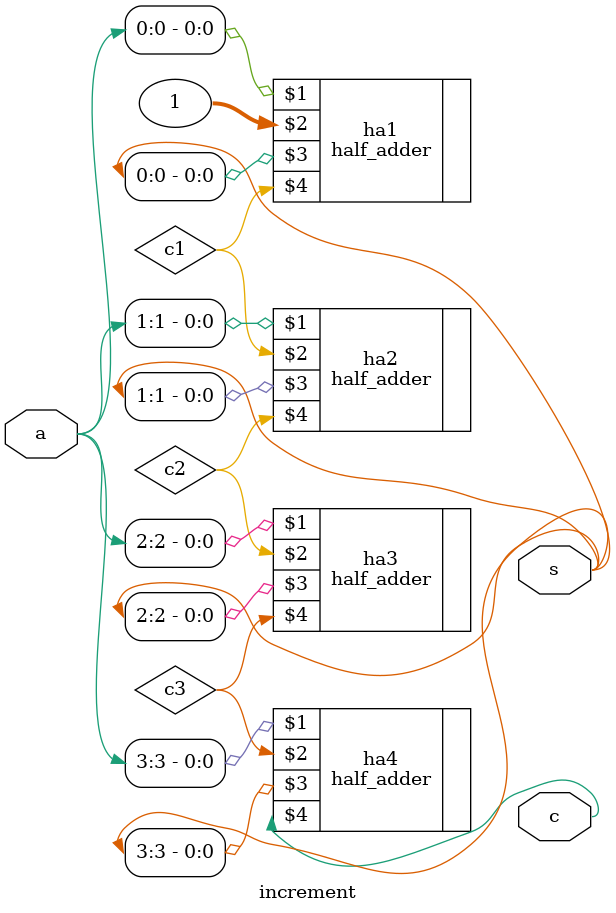
<source format=v>
module increment(a,s,c);
	input [3:0]a;
	output [3:0]s;
	output c;
	wire c1,c2,c3;
	half_adder ha1(a[0], 1, s[0], c1), ha2(a[1], c1, s[1], c2), ha3(a[2], c2, s[2], c3), ha4(a[3], c3, s[3], c);
endmodule
</source>
